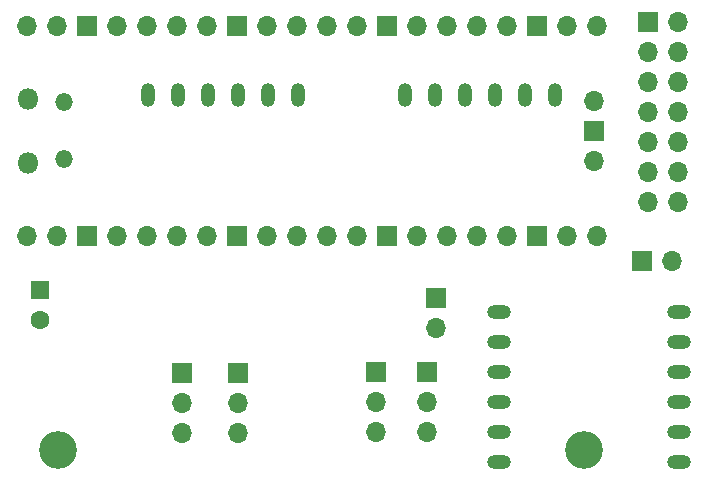
<source format=gbr>
%TF.GenerationSoftware,KiCad,Pcbnew,7.0.1*%
%TF.CreationDate,2023-07-17T09:13:53+02:00*%
%TF.ProjectId,gemma20Pico,67656d6d-6132-4305-9069-636f2e6b6963,rev?*%
%TF.SameCoordinates,Original*%
%TF.FileFunction,Soldermask,Bot*%
%TF.FilePolarity,Negative*%
%FSLAX46Y46*%
G04 Gerber Fmt 4.6, Leading zero omitted, Abs format (unit mm)*
G04 Created by KiCad (PCBNEW 7.0.1) date 2023-07-17 09:13:53*
%MOMM*%
%LPD*%
G01*
G04 APERTURE LIST*
%ADD10R,1.700000X1.700000*%
%ADD11O,1.700000X1.700000*%
%ADD12O,2.000000X1.200000*%
%ADD13C,3.200000*%
%ADD14R,1.600000X1.600000*%
%ADD15C,1.600000*%
%ADD16O,1.800000X1.800000*%
%ADD17O,1.500000X1.500000*%
%ADD18O,1.200000X2.000000*%
G04 APERTURE END LIST*
D10*
%TO.C,J6-ECS1*%
X121920000Y-112918000D03*
D11*
X121920000Y-115458000D03*
X121920000Y-117998000D03*
%TD*%
D12*
%TO.C,U2-Motor-Control1*%
X132380000Y-107880000D03*
X132380000Y-110420000D03*
X132380000Y-112960000D03*
X132380000Y-115500000D03*
X132380000Y-118040000D03*
X132380000Y-120580000D03*
X147620000Y-120580000D03*
X147620000Y-118040000D03*
X147620000Y-115500000D03*
X147620000Y-112960000D03*
X147620000Y-110420000D03*
X147620000Y-107880000D03*
%TD*%
D10*
%TO.C,EXT1*%
X144960000Y-83260000D03*
D11*
X147500000Y-83260000D03*
X144960000Y-85800000D03*
X147500000Y-85800000D03*
X144960000Y-88340000D03*
X147500000Y-88340000D03*
X144960000Y-90880000D03*
X147500000Y-90880000D03*
X144960000Y-93420000D03*
X147500000Y-93420000D03*
X144960000Y-95960000D03*
X147500000Y-95960000D03*
X144960000Y-98500000D03*
X147500000Y-98500000D03*
%TD*%
D13*
%TO.C,REF\u002A\u002A*%
X139500000Y-119500000D03*
%TD*%
D14*
%TO.C,C1*%
X93500000Y-106000000D03*
D15*
X93500000Y-108500000D03*
%TD*%
D10*
%TO.C,J8-Pot1*%
X110236000Y-113030000D03*
D11*
X110236000Y-115570000D03*
X110236000Y-118110000D03*
%TD*%
%TO.C,J5-Servo1*%
X126250000Y-118000000D03*
X126250000Y-115460000D03*
D10*
X126250000Y-112920000D03*
%TD*%
D13*
%TO.C,REF\u002A\u002A*%
X95000000Y-119500000D03*
%TD*%
D11*
%TO.C,J4-BAT1*%
X127000000Y-109220000D03*
D10*
X127000000Y-106680000D03*
%TD*%
%TO.C,J7-Pot2*%
X105500000Y-113030000D03*
D11*
X105500000Y-115570000D03*
X105500000Y-118110000D03*
%TD*%
D10*
%TO.C,J3-Motor1*%
X144460000Y-103500000D03*
D11*
X147000000Y-103500000D03*
%TD*%
D16*
%TO.C,U1-RPI-Pico1*%
X92500000Y-95225000D03*
D17*
X95530000Y-94925000D03*
X95530000Y-90075000D03*
D16*
X92500000Y-89775000D03*
D11*
X92370000Y-101390000D03*
X94910000Y-101390000D03*
D10*
X97450000Y-101390000D03*
D11*
X99990000Y-101390000D03*
X102530000Y-101390000D03*
X105070000Y-101390000D03*
X107610000Y-101390000D03*
D10*
X110150000Y-101390000D03*
D11*
X112690000Y-101390000D03*
X115230000Y-101390000D03*
X117770000Y-101390000D03*
X120310000Y-101390000D03*
D10*
X122850000Y-101390000D03*
D11*
X125390000Y-101390000D03*
X127930000Y-101390000D03*
X130470000Y-101390000D03*
X133010000Y-101390000D03*
D10*
X135550000Y-101390000D03*
D11*
X138090000Y-101390000D03*
X140630000Y-101390000D03*
X140630000Y-83610000D03*
X138090000Y-83610000D03*
D10*
X135550000Y-83610000D03*
D11*
X133010000Y-83610000D03*
X130470000Y-83610000D03*
X127930000Y-83610000D03*
X125390000Y-83610000D03*
D10*
X122850000Y-83610000D03*
D11*
X120310000Y-83610000D03*
X117770000Y-83610000D03*
X115230000Y-83610000D03*
X112690000Y-83610000D03*
D10*
X110150000Y-83610000D03*
D11*
X107610000Y-83610000D03*
X105070000Y-83610000D03*
X102530000Y-83610000D03*
X99990000Y-83610000D03*
D10*
X97450000Y-83610000D03*
D11*
X94910000Y-83610000D03*
X92370000Y-83610000D03*
X140400000Y-95040000D03*
D10*
X140400000Y-92500000D03*
D11*
X140400000Y-89960000D03*
%TD*%
D18*
%TO.C,J2-Prox0*%
X102660000Y-89500000D03*
X105200000Y-89500000D03*
X107740000Y-89500000D03*
X110280000Y-89500000D03*
X112820000Y-89500000D03*
X115360000Y-89500000D03*
%TD*%
%TO.C,J1-Prox1*%
X124420000Y-89500000D03*
X126960000Y-89500000D03*
X129500000Y-89500000D03*
X132040000Y-89500000D03*
X134580000Y-89500000D03*
X137120000Y-89500000D03*
%TD*%
M02*

</source>
